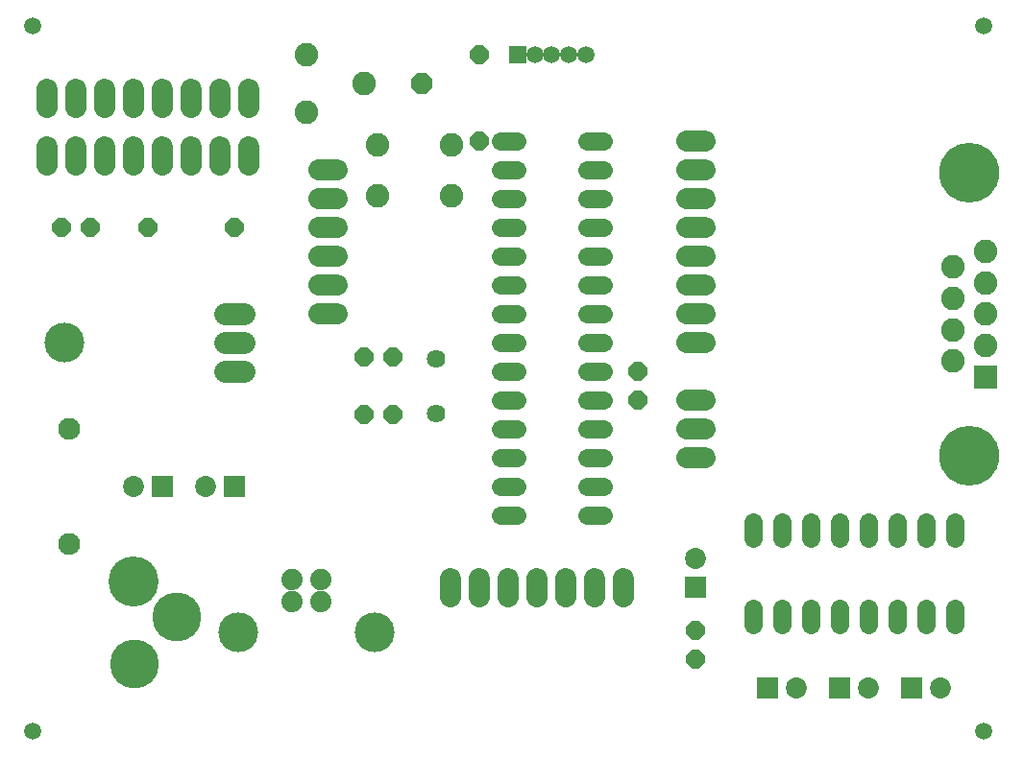
<source format=gts>
G75*
%MOIN*%
%OFA0B0*%
%FSLAX25Y25*%
%IPPOS*%
%LPD*%
%AMOC8*
5,1,8,0,0,1.08239X$1,22.5*
%
%ADD10C,0.05918*%
%ADD11OC8,0.06400*%
%ADD12R,0.07300X0.07300*%
%ADD13C,0.07300*%
%ADD14C,0.07600*%
%ADD15C,0.17398*%
%ADD16C,0.17000*%
%ADD17C,0.07200*%
%ADD18C,0.06400*%
%ADD19C,0.07600*%
%ADD20C,0.13800*%
%ADD21R,0.05956X0.05956*%
%ADD22C,0.05956*%
%ADD23OC8,0.07200*%
%ADD24R,0.08200X0.08200*%
%ADD25C,0.08200*%
%ADD26C,0.20800*%
%ADD27C,0.07400*%
%ADD28C,0.06400*%
D10*
X0021800Y0016800D03*
X0021800Y0261800D03*
X0351800Y0261800D03*
X0351800Y0016800D03*
D11*
X0251800Y0041800D03*
X0251800Y0051800D03*
X0231800Y0131800D03*
X0231800Y0141800D03*
X0146800Y0146800D03*
X0136800Y0146800D03*
X0136800Y0126800D03*
X0146800Y0126800D03*
X0091800Y0191800D03*
X0061800Y0191800D03*
X0041800Y0191800D03*
X0031800Y0191800D03*
X0176800Y0221800D03*
X0176800Y0251800D03*
D12*
X0091800Y0101800D03*
X0066800Y0101800D03*
X0251800Y0066800D03*
X0276800Y0031800D03*
X0301800Y0031800D03*
X0326800Y0031800D03*
D13*
X0336800Y0031800D03*
X0311800Y0031800D03*
X0286800Y0031800D03*
X0251800Y0076800D03*
X0081800Y0101800D03*
X0056800Y0101800D03*
D14*
X0034300Y0081800D03*
X0034300Y0121800D03*
D15*
X0056800Y0068937D03*
D16*
X0071609Y0056426D03*
X0056900Y0040115D03*
D17*
X0166800Y0063600D02*
X0166800Y0070000D01*
X0176800Y0070000D02*
X0176800Y0063600D01*
X0186800Y0063600D02*
X0186800Y0070000D01*
X0196800Y0070000D02*
X0196800Y0063600D01*
X0206800Y0063600D02*
X0206800Y0070000D01*
X0216800Y0070000D02*
X0216800Y0063600D01*
X0226800Y0063600D02*
X0226800Y0070000D01*
X0248600Y0111800D02*
X0255000Y0111800D01*
X0255000Y0121800D02*
X0248600Y0121800D01*
X0248600Y0131800D02*
X0255000Y0131800D01*
X0255000Y0151800D02*
X0248600Y0151800D01*
X0248600Y0161800D02*
X0255000Y0161800D01*
X0255000Y0171800D02*
X0248600Y0171800D01*
X0248600Y0181800D02*
X0255000Y0181800D01*
X0255000Y0191800D02*
X0248600Y0191800D01*
X0248600Y0201800D02*
X0255000Y0201800D01*
X0255000Y0211800D02*
X0248600Y0211800D01*
X0248600Y0221800D02*
X0255000Y0221800D01*
X0127500Y0211800D02*
X0121100Y0211800D01*
X0121100Y0201800D02*
X0127500Y0201800D01*
X0127500Y0191800D02*
X0121100Y0191800D01*
X0121100Y0181800D02*
X0127500Y0181800D01*
X0127500Y0171800D02*
X0121100Y0171800D01*
X0121100Y0161800D02*
X0127500Y0161800D01*
X0096800Y0213600D02*
X0096800Y0220000D01*
X0086800Y0220000D02*
X0086800Y0213600D01*
X0076800Y0213600D02*
X0076800Y0220000D01*
X0066800Y0220000D02*
X0066800Y0213600D01*
X0056800Y0213600D02*
X0056800Y0220000D01*
X0046800Y0220000D02*
X0046800Y0213600D01*
X0036800Y0213600D02*
X0036800Y0220000D01*
X0026800Y0220000D02*
X0026800Y0213600D01*
X0026800Y0233600D02*
X0026800Y0240000D01*
X0036800Y0240000D02*
X0036800Y0233600D01*
X0046800Y0233600D02*
X0046800Y0240000D01*
X0056800Y0240000D02*
X0056800Y0233600D01*
X0066800Y0233600D02*
X0066800Y0240000D01*
X0076800Y0240000D02*
X0076800Y0233600D01*
X0086800Y0233600D02*
X0086800Y0240000D01*
X0096800Y0240000D02*
X0096800Y0233600D01*
D18*
X0184000Y0221800D02*
X0189600Y0221800D01*
X0189600Y0211800D02*
X0184000Y0211800D01*
X0184000Y0201800D02*
X0189600Y0201800D01*
X0189600Y0191800D02*
X0184000Y0191800D01*
X0184000Y0181800D02*
X0189600Y0181800D01*
X0189600Y0171800D02*
X0184000Y0171800D01*
X0184000Y0161800D02*
X0189600Y0161800D01*
X0189600Y0151800D02*
X0184000Y0151800D01*
X0184000Y0141800D02*
X0189600Y0141800D01*
X0189600Y0131800D02*
X0184000Y0131800D01*
X0184000Y0121800D02*
X0189600Y0121800D01*
X0189600Y0111800D02*
X0184000Y0111800D01*
X0184000Y0101800D02*
X0189600Y0101800D01*
X0189600Y0091800D02*
X0184000Y0091800D01*
X0214000Y0091800D02*
X0219600Y0091800D01*
X0219600Y0101800D02*
X0214000Y0101800D01*
X0214000Y0111800D02*
X0219600Y0111800D01*
X0219600Y0121800D02*
X0214000Y0121800D01*
X0214000Y0131800D02*
X0219600Y0131800D01*
X0219600Y0141800D02*
X0214000Y0141800D01*
X0214000Y0151800D02*
X0219600Y0151800D01*
X0219600Y0161800D02*
X0214000Y0161800D01*
X0214000Y0171800D02*
X0219600Y0171800D01*
X0219600Y0181800D02*
X0214000Y0181800D01*
X0214000Y0191800D02*
X0219600Y0191800D01*
X0219600Y0201800D02*
X0214000Y0201800D01*
X0214000Y0211800D02*
X0219600Y0211800D01*
X0219600Y0221800D02*
X0214000Y0221800D01*
X0271800Y0089600D02*
X0271800Y0084000D01*
X0281800Y0084000D02*
X0281800Y0089600D01*
X0291800Y0089600D02*
X0291800Y0084000D01*
X0301800Y0084000D02*
X0301800Y0089600D01*
X0311800Y0089600D02*
X0311800Y0084000D01*
X0321800Y0084000D02*
X0321800Y0089600D01*
X0331800Y0089600D02*
X0331800Y0084000D01*
X0341800Y0084000D02*
X0341800Y0089600D01*
X0341800Y0059600D02*
X0341800Y0054000D01*
X0331800Y0054000D02*
X0331800Y0059600D01*
X0321800Y0059600D02*
X0321800Y0054000D01*
X0311800Y0054000D02*
X0311800Y0059600D01*
X0301800Y0059600D02*
X0301800Y0054000D01*
X0291800Y0054000D02*
X0291800Y0059600D01*
X0281800Y0059600D02*
X0281800Y0054000D01*
X0271800Y0054000D02*
X0271800Y0059600D01*
D19*
X0095200Y0141800D02*
X0088400Y0141800D01*
X0088400Y0151800D02*
X0095200Y0151800D01*
X0095200Y0161800D02*
X0088400Y0161800D01*
D20*
X0032800Y0151800D03*
X0093100Y0051100D03*
X0140500Y0051100D03*
D21*
X0189989Y0251800D03*
D22*
X0195894Y0251800D03*
X0201800Y0251800D03*
X0207706Y0251800D03*
X0213611Y0251800D03*
D23*
X0156800Y0241800D03*
D24*
X0352391Y0139989D03*
D25*
X0341209Y0145461D03*
X0352391Y0150894D03*
X0341209Y0156367D03*
X0341209Y0167233D03*
X0352391Y0161800D03*
X0352391Y0172706D03*
X0341209Y0178139D03*
X0352391Y0183611D03*
X0167100Y0202900D03*
X0167100Y0220700D03*
X0141500Y0220700D03*
X0141500Y0202900D03*
X0116800Y0231800D03*
X0136800Y0241800D03*
X0116800Y0251800D03*
D26*
X0346800Y0211013D03*
X0346800Y0112587D03*
D27*
X0121721Y0069600D03*
X0121721Y0061800D03*
X0111879Y0061800D03*
X0111879Y0069600D03*
D28*
X0161800Y0127300D03*
X0161800Y0146300D03*
M02*

</source>
